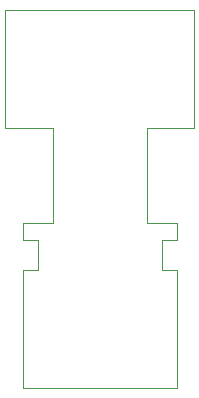
<source format=gbr>
%TF.GenerationSoftware,KiCad,Pcbnew,7.0.8*%
%TF.CreationDate,2024-11-24T19:48:23+00:00*%
%TF.ProjectId,working,776f726b-696e-4672-9e6b-696361645f70,rev?*%
%TF.SameCoordinates,Original*%
%TF.FileFunction,Profile,NP*%
%FSLAX46Y46*%
G04 Gerber Fmt 4.6, Leading zero omitted, Abs format (unit mm)*
G04 Created by KiCad (PCBNEW 7.0.8) date 2024-11-24 19:48:23*
%MOMM*%
%LPD*%
G01*
G04 APERTURE LIST*
%TA.AperFunction,Profile*%
%ADD10C,0.100000*%
%TD*%
G04 APERTURE END LIST*
D10*
X8000000Y8000000D02*
X4000000Y8000000D01*
X8000000Y18000000D02*
X8000000Y8000000D01*
X-8000000Y18000000D02*
X8000000Y18000000D01*
X-8000000Y8000000D02*
X-8000000Y18000000D01*
X-4000000Y8000000D02*
X-8000000Y8000000D01*
X6500000Y-4000000D02*
X5250000Y-4000000D01*
X5250000Y-1500000D02*
X5250000Y-4000000D01*
X6500000Y-1500000D02*
X6500000Y0D01*
X5250000Y-1500000D02*
X6500000Y-1500000D01*
X-5250000Y-4000000D02*
X-6500000Y-4000000D01*
X-5250000Y-1500000D02*
X-5250000Y-4000000D01*
X-6500000Y-1500000D02*
X-6500000Y0D01*
X-5250000Y-1500000D02*
X-6500000Y-1500000D01*
X4000000Y8000000D02*
X4000000Y0D01*
X-4000000Y0D02*
X-4000000Y8000000D01*
X-6500000Y0D02*
X-4000000Y0D01*
X6500000Y0D02*
X4000000Y0D01*
X6500000Y-14000000D02*
X6500000Y-4000000D01*
X-6500000Y-14000000D02*
X6500000Y-14000000D01*
X-6500000Y-4000000D02*
X-6500000Y-14000000D01*
M02*

</source>
